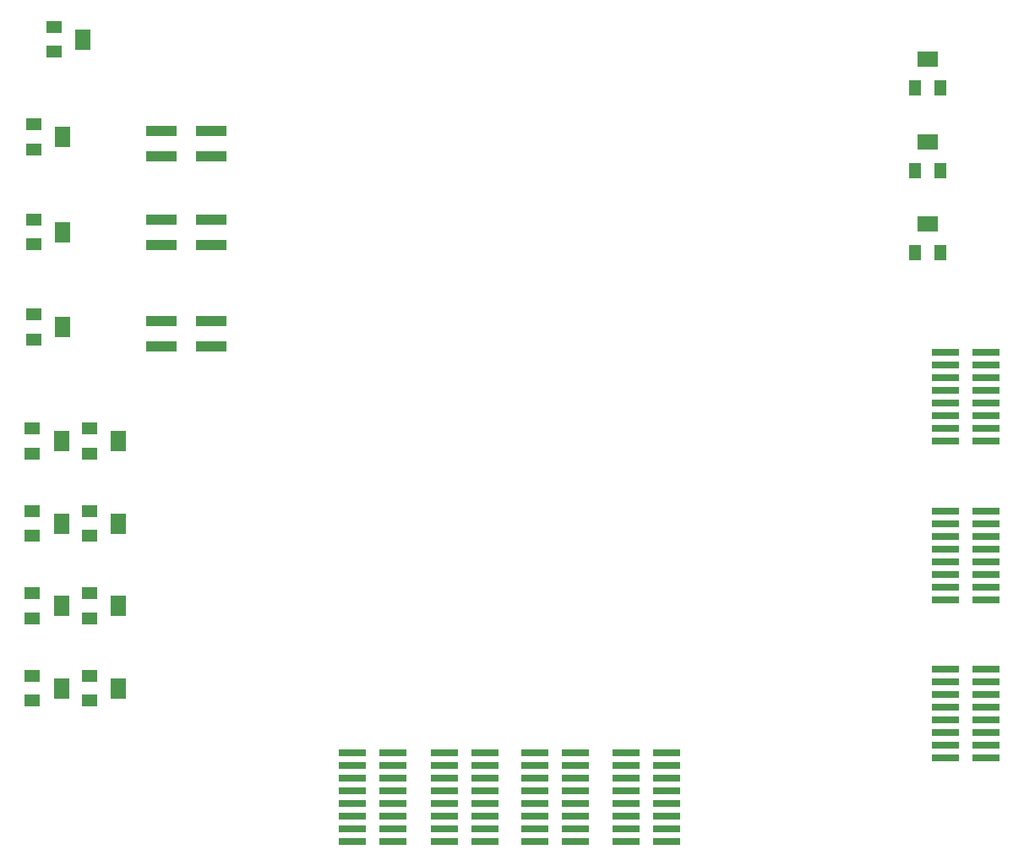
<source format=gbr>
%TF.GenerationSoftware,Altium Limited,Altium Designer,19.1.7 (138)*%
G04 Layer_Color=8421504*
%FSLAX26Y26*%
%MOIN*%
%TF.FileFunction,Paste,Top*%
%TF.Part,Single*%
G01*
G75*
%TA.AperFunction,SMDPad,CuDef*%
%ADD10R,0.109843X0.029134*%
%ADD11R,0.062992X0.078740*%
%ADD12R,0.062992X0.051181*%
%ADD13R,0.078740X0.062992*%
%ADD14R,0.051181X0.062992*%
%ADD15R,0.124016X0.039370*%
D10*
X3199882Y1445000D02*
D03*
X3360118D02*
D03*
X3199882Y1395000D02*
D03*
X3360118D02*
D03*
X3199882Y1345000D02*
D03*
X3360118D02*
D03*
X3199882Y1295000D02*
D03*
X3360118D02*
D03*
X3199882Y1245000D02*
D03*
X3360118D02*
D03*
X3199882Y1195000D02*
D03*
X3360118D02*
D03*
X3199882Y1145000D02*
D03*
X3360118D02*
D03*
X3199882Y1095000D02*
D03*
X3360118D02*
D03*
X2480000Y1445000D02*
D03*
X2640236D02*
D03*
X2480000Y1395000D02*
D03*
X2640236D02*
D03*
X2480000Y1345000D02*
D03*
X2640236D02*
D03*
X2480000Y1295000D02*
D03*
X2640236D02*
D03*
X2480000Y1245000D02*
D03*
X2640236D02*
D03*
X2480000Y1195000D02*
D03*
X2640236D02*
D03*
X2480000Y1145000D02*
D03*
X2640236D02*
D03*
X2480000Y1095000D02*
D03*
X2640236D02*
D03*
X2844882Y1445000D02*
D03*
X3005118D02*
D03*
X2844882Y1395000D02*
D03*
X3005118D02*
D03*
X2844882Y1345000D02*
D03*
X3005118D02*
D03*
X2844882Y1295000D02*
D03*
X3005118D02*
D03*
X2844882Y1245000D02*
D03*
X3005118D02*
D03*
X2844882Y1195000D02*
D03*
X3005118D02*
D03*
X2844882Y1145000D02*
D03*
X3005118D02*
D03*
X2844882Y1095000D02*
D03*
X3005118D02*
D03*
X3559882Y1445000D02*
D03*
X3720118D02*
D03*
X3559882Y1395000D02*
D03*
X3720118D02*
D03*
X3559882Y1345000D02*
D03*
X3720118D02*
D03*
X3559882Y1295000D02*
D03*
X3720118D02*
D03*
X3559882Y1245000D02*
D03*
X3720118D02*
D03*
X3559882Y1195000D02*
D03*
X3720118D02*
D03*
X3559882Y1145000D02*
D03*
X3720118D02*
D03*
X3559882Y1095000D02*
D03*
X3720118D02*
D03*
X4980118Y2050000D02*
D03*
X4819882D02*
D03*
X4980118Y2100000D02*
D03*
X4819882D02*
D03*
X4980118Y2150000D02*
D03*
X4819882D02*
D03*
X4980118Y2200000D02*
D03*
X4819882D02*
D03*
X4980118Y2250000D02*
D03*
X4819882D02*
D03*
X4980118Y2300000D02*
D03*
X4819882D02*
D03*
X4980118Y2350000D02*
D03*
X4819882D02*
D03*
X4980118Y2400000D02*
D03*
X4819882D02*
D03*
X4980118Y1425000D02*
D03*
X4819882D02*
D03*
X4980118Y1475000D02*
D03*
X4819882D02*
D03*
X4980118Y1525000D02*
D03*
X4819882D02*
D03*
X4980118Y1575000D02*
D03*
X4819882D02*
D03*
X4980118Y1625000D02*
D03*
X4819882D02*
D03*
X4980118Y1675000D02*
D03*
X4819882D02*
D03*
X4980118Y1725000D02*
D03*
X4819882D02*
D03*
X4980118Y1775000D02*
D03*
X4819882D02*
D03*
X4819882Y3025000D02*
D03*
X4980118D02*
D03*
X4819882Y2975000D02*
D03*
X4980118D02*
D03*
X4819882Y2925000D02*
D03*
X4980118D02*
D03*
X4819882Y2875000D02*
D03*
X4980118D02*
D03*
X4819882Y2825000D02*
D03*
X4980118D02*
D03*
X4819882Y2775000D02*
D03*
X4980118D02*
D03*
X4819882Y2725000D02*
D03*
X4980118D02*
D03*
X4819882Y2675000D02*
D03*
X4980118D02*
D03*
D11*
X1557087D02*
D03*
X1417087Y4260000D02*
D03*
X1332087Y2675000D02*
D03*
X1557087Y1700000D02*
D03*
X1332087D02*
D03*
X1337087Y3875000D02*
D03*
Y3500000D02*
D03*
Y3125000D02*
D03*
X1332087Y2350000D02*
D03*
Y2025000D02*
D03*
X1557087D02*
D03*
Y2350000D02*
D03*
D12*
X1442913Y2625787D02*
D03*
Y2724213D02*
D03*
X1302913Y4210787D02*
D03*
Y4309213D02*
D03*
X1217913Y2625787D02*
D03*
Y2724213D02*
D03*
X1442913Y1650787D02*
D03*
Y1749213D02*
D03*
X1217913Y1650787D02*
D03*
Y1749213D02*
D03*
X1222913Y3825787D02*
D03*
Y3924213D02*
D03*
Y3450787D02*
D03*
Y3549213D02*
D03*
Y3075787D02*
D03*
Y3174213D02*
D03*
X1217913Y2300787D02*
D03*
Y2399213D02*
D03*
Y1975787D02*
D03*
Y2074213D02*
D03*
X1442913Y1975787D02*
D03*
Y2074213D02*
D03*
Y2300787D02*
D03*
Y2399213D02*
D03*
D13*
X4750000Y4182087D02*
D03*
Y3857087D02*
D03*
Y3532087D02*
D03*
D14*
X4799213Y4067913D02*
D03*
X4700787D02*
D03*
X4799213Y3742913D02*
D03*
X4700787D02*
D03*
X4799213Y3417913D02*
D03*
X4700787D02*
D03*
D15*
X1924409Y3800000D02*
D03*
Y3900000D02*
D03*
X1725591Y3800000D02*
D03*
Y3900000D02*
D03*
X1924409Y3050000D02*
D03*
Y3150000D02*
D03*
X1725591Y3050000D02*
D03*
Y3150000D02*
D03*
X1924409Y3450000D02*
D03*
Y3550000D02*
D03*
X1725591Y3450000D02*
D03*
Y3550000D02*
D03*
%TF.MD5,a6156be4369359530e3b1cb35386ab2e*%
M02*

</source>
